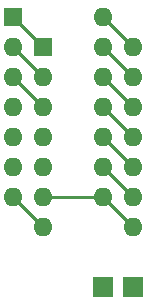
<source format=gbr>
%TF.GenerationSoftware,KiCad,Pcbnew,7.0.9*%
%TF.CreationDate,2024-04-23T20:51:24-07:00*%
%TF.ProjectId,U29-74LS02,5532392d-3734-44c5-9330-322e6b696361,rev?*%
%TF.SameCoordinates,Original*%
%TF.FileFunction,Copper,L1,Top*%
%TF.FilePolarity,Positive*%
%FSLAX46Y46*%
G04 Gerber Fmt 4.6, Leading zero omitted, Abs format (unit mm)*
G04 Created by KiCad (PCBNEW 7.0.9) date 2024-04-23 20:51:24*
%MOMM*%
%LPD*%
G01*
G04 APERTURE LIST*
%TA.AperFunction,ComponentPad*%
%ADD10R,1.700000X1.700000*%
%TD*%
%TA.AperFunction,ComponentPad*%
%ADD11O,1.600000X1.600000*%
%TD*%
%TA.AperFunction,ComponentPad*%
%ADD12R,1.600000X1.600000*%
%TD*%
%TA.AperFunction,Conductor*%
%ADD13C,0.250000*%
%TD*%
G04 APERTURE END LIST*
D10*
%TO.P,J1,1,Pin_1*%
%TO.N,Net-(J1-Pin_1)*%
X160020000Y-109220000D03*
%TO.P,J1,2,Pin_2*%
%TO.N,Net-(J1-Pin_2)*%
X162560000Y-109220000D03*
%TD*%
D11*
%TO.P,U29,14,VCC*%
%TO.N,VCC*%
X160020000Y-86360000D03*
%TO.P,U29,13*%
%TO.N,Net-(SOCKET_74LS1-Pad13)*%
X160020000Y-88900000D03*
%TO.P,U29,12*%
%TO.N,Net-(SOCKET_74LS1-Pad12)*%
X160020000Y-91440000D03*
%TO.P,U29,11*%
%TO.N,Net-(SOCKET_74LS1-Pad11)*%
X160020000Y-93980000D03*
%TO.P,U29,10*%
%TO.N,Net-(SOCKET_74LS1-Pad10)*%
X160020000Y-96520000D03*
%TO.P,U29,9*%
%TO.N,Net-(SOCKET_74LS1-Pad9)*%
X160020000Y-99060000D03*
%TO.P,U29,8*%
%TO.N,Net-(SOCKET_74LS1-Pad6)*%
X160020000Y-101600000D03*
%TO.P,U29,7,GND*%
%TO.N,GND*%
X152400000Y-101600000D03*
%TO.P,U29,6*%
%TO.N,unconnected-(U29-Pad6)*%
X152400000Y-99060000D03*
%TO.P,U29,5*%
%TO.N,unconnected-(U29-Pad5)*%
X152400000Y-96520000D03*
%TO.P,U29,4*%
%TO.N,unconnected-(U29-Pad4)*%
X152400000Y-93980000D03*
%TO.P,U29,3*%
%TO.N,Net-(SOCKET_74LS1-Pad3)*%
X152400000Y-91440000D03*
%TO.P,U29,2*%
%TO.N,Net-(SOCKET_74LS1-Pad2)*%
X152400000Y-88900000D03*
D12*
%TO.P,U29,1*%
%TO.N,Net-(SOCKET_74LS1-Pad1)*%
X152400000Y-86360000D03*
%TD*%
D11*
%TO.P,SOCKET_74LS1,14,VCC*%
%TO.N,VCC*%
X162560000Y-88900000D03*
%TO.P,SOCKET_74LS1,13*%
%TO.N,Net-(SOCKET_74LS1-Pad13)*%
X162560000Y-91440000D03*
%TO.P,SOCKET_74LS1,12*%
%TO.N,Net-(SOCKET_74LS1-Pad12)*%
X162560000Y-93980000D03*
%TO.P,SOCKET_74LS1,11*%
%TO.N,Net-(SOCKET_74LS1-Pad11)*%
X162560000Y-96520000D03*
%TO.P,SOCKET_74LS1,10*%
%TO.N,Net-(SOCKET_74LS1-Pad10)*%
X162560000Y-99060000D03*
%TO.P,SOCKET_74LS1,9*%
%TO.N,Net-(SOCKET_74LS1-Pad9)*%
X162560000Y-101600000D03*
%TO.P,SOCKET_74LS1,8*%
%TO.N,Net-(SOCKET_74LS1-Pad6)*%
X162560000Y-104140000D03*
%TO.P,SOCKET_74LS1,7,GND*%
%TO.N,GND*%
X154940000Y-104140000D03*
%TO.P,SOCKET_74LS1,6*%
%TO.N,Net-(SOCKET_74LS1-Pad6)*%
X154940000Y-101600000D03*
%TO.P,SOCKET_74LS1,5*%
%TO.N,Net-(J1-Pin_2)*%
X154940000Y-99060000D03*
%TO.P,SOCKET_74LS1,4*%
%TO.N,Net-(J1-Pin_1)*%
X154940000Y-96520000D03*
%TO.P,SOCKET_74LS1,3*%
%TO.N,Net-(SOCKET_74LS1-Pad3)*%
X154940000Y-93980000D03*
%TO.P,SOCKET_74LS1,2*%
%TO.N,Net-(SOCKET_74LS1-Pad2)*%
X154940000Y-91440000D03*
D12*
%TO.P,SOCKET_74LS1,1*%
%TO.N,Net-(SOCKET_74LS1-Pad1)*%
X154940000Y-88900000D03*
%TD*%
D13*
%TO.N,Net-(SOCKET_74LS1-Pad6)*%
X154940000Y-101600000D02*
X160020000Y-101600000D01*
X160020000Y-101600000D02*
X162560000Y-104140000D01*
%TO.N,Net-(SOCKET_74LS1-Pad9)*%
X160020000Y-99060000D02*
X162560000Y-101600000D01*
%TO.N,Net-(SOCKET_74LS1-Pad10)*%
X160020000Y-96520000D02*
X162560000Y-99060000D01*
%TO.N,Net-(SOCKET_74LS1-Pad11)*%
X160020000Y-93980000D02*
X162560000Y-96520000D01*
%TO.N,Net-(SOCKET_74LS1-Pad12)*%
X160020000Y-91440000D02*
X162560000Y-93980000D01*
%TO.N,VCC*%
X160020000Y-86360000D02*
X162560000Y-88900000D01*
%TO.N,Net-(SOCKET_74LS1-Pad13)*%
X160020000Y-88900000D02*
X162560000Y-91440000D01*
%TO.N,GND*%
X152400000Y-101600000D02*
X154940000Y-104140000D01*
%TO.N,Net-(SOCKET_74LS1-Pad3)*%
X152400000Y-91440000D02*
X154940000Y-93980000D01*
%TO.N,Net-(SOCKET_74LS1-Pad2)*%
X152400000Y-88900000D02*
X154940000Y-91440000D01*
%TO.N,Net-(SOCKET_74LS1-Pad1)*%
X154940000Y-88900000D02*
X152400000Y-86360000D01*
%TD*%
M02*

</source>
